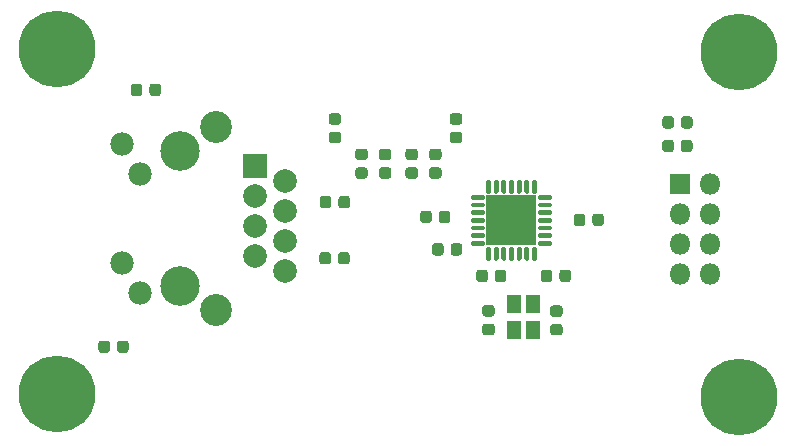
<source format=gbr>
%TF.GenerationSoftware,KiCad,Pcbnew,(5.1.6)-1*%
%TF.CreationDate,2020-09-26T17:15:15+05:30*%
%TF.ProjectId,ENC28J60_Dev_Board,454e4332-384a-4363-905f-4465765f426f,rev?*%
%TF.SameCoordinates,Original*%
%TF.FileFunction,Soldermask,Top*%
%TF.FilePolarity,Negative*%
%FSLAX46Y46*%
G04 Gerber Fmt 4.6, Leading zero omitted, Abs format (unit mm)*
G04 Created by KiCad (PCBNEW (5.1.6)-1) date 2020-09-26 17:15:15*
%MOMM*%
%LPD*%
G01*
G04 APERTURE LIST*
%ADD10C,6.500000*%
%ADD11C,0.900000*%
%ADD12R,2.000000X2.000000*%
%ADD13C,2.000000*%
%ADD14C,1.990000*%
%ADD15C,2.700000*%
%ADD16C,3.350000*%
%ADD17R,1.800000X1.800000*%
%ADD18O,1.800000X1.800000*%
%ADD19R,4.350000X4.350000*%
%ADD20R,1.300000X1.500000*%
G04 APERTURE END LIST*
%TO.C,C1*%
G36*
G01*
X122475000Y-99281250D02*
X122475000Y-98718750D01*
G75*
G02*
X122718750Y-98475000I243750J0D01*
G01*
X123206250Y-98475000D01*
G75*
G02*
X123450000Y-98718750I0J-243750D01*
G01*
X123450000Y-99281250D01*
G75*
G02*
X123206250Y-99525000I-243750J0D01*
G01*
X122718750Y-99525000D01*
G75*
G02*
X122475000Y-99281250I0J243750D01*
G01*
G37*
G36*
G01*
X124050000Y-99281250D02*
X124050000Y-98718750D01*
G75*
G02*
X124293750Y-98475000I243750J0D01*
G01*
X124781250Y-98475000D01*
G75*
G02*
X125025000Y-98718750I0J-243750D01*
G01*
X125025000Y-99281250D01*
G75*
G02*
X124781250Y-99525000I-243750J0D01*
G01*
X124293750Y-99525000D01*
G75*
G02*
X124050000Y-99281250I0J243750D01*
G01*
G37*
%TD*%
%TO.C,C2*%
G36*
G01*
X110762500Y-97781250D02*
X110762500Y-97218750D01*
G75*
G02*
X111006250Y-96975000I243750J0D01*
G01*
X111493750Y-96975000D01*
G75*
G02*
X111737500Y-97218750I0J-243750D01*
G01*
X111737500Y-97781250D01*
G75*
G02*
X111493750Y-98025000I-243750J0D01*
G01*
X111006250Y-98025000D01*
G75*
G02*
X110762500Y-97781250I0J243750D01*
G01*
G37*
G36*
G01*
X109187500Y-97781250D02*
X109187500Y-97218750D01*
G75*
G02*
X109431250Y-96975000I243750J0D01*
G01*
X109918750Y-96975000D01*
G75*
G02*
X110162500Y-97218750I0J-243750D01*
G01*
X110162500Y-97781250D01*
G75*
G02*
X109918750Y-98025000I-243750J0D01*
G01*
X109431250Y-98025000D01*
G75*
G02*
X109187500Y-97781250I0J243750D01*
G01*
G37*
%TD*%
%TO.C,C3*%
G36*
G01*
X130725000Y-94531250D02*
X130725000Y-93968750D01*
G75*
G02*
X130968750Y-93725000I243750J0D01*
G01*
X131456250Y-93725000D01*
G75*
G02*
X131700000Y-93968750I0J-243750D01*
G01*
X131700000Y-94531250D01*
G75*
G02*
X131456250Y-94775000I-243750J0D01*
G01*
X130968750Y-94775000D01*
G75*
G02*
X130725000Y-94531250I0J243750D01*
G01*
G37*
G36*
G01*
X132300000Y-94531250D02*
X132300000Y-93968750D01*
G75*
G02*
X132543750Y-93725000I243750J0D01*
G01*
X133031250Y-93725000D01*
G75*
G02*
X133275000Y-93968750I0J-243750D01*
G01*
X133275000Y-94531250D01*
G75*
G02*
X133031250Y-94775000I-243750J0D01*
G01*
X132543750Y-94775000D01*
G75*
G02*
X132300000Y-94531250I0J243750D01*
G01*
G37*
%TD*%
%TO.C,C4*%
G36*
G01*
X120468750Y-86800000D02*
X121031250Y-86800000D01*
G75*
G02*
X121275000Y-87043750I0J-243750D01*
G01*
X121275000Y-87531250D01*
G75*
G02*
X121031250Y-87775000I-243750J0D01*
G01*
X120468750Y-87775000D01*
G75*
G02*
X120225000Y-87531250I0J243750D01*
G01*
X120225000Y-87043750D01*
G75*
G02*
X120468750Y-86800000I243750J0D01*
G01*
G37*
G36*
G01*
X120468750Y-85225000D02*
X121031250Y-85225000D01*
G75*
G02*
X121275000Y-85468750I0J-243750D01*
G01*
X121275000Y-85956250D01*
G75*
G02*
X121031250Y-86200000I-243750J0D01*
G01*
X120468750Y-86200000D01*
G75*
G02*
X120225000Y-85956250I0J243750D01*
G01*
X120225000Y-85468750D01*
G75*
G02*
X120468750Y-85225000I243750J0D01*
G01*
G37*
%TD*%
%TO.C,C5*%
G36*
G01*
X110781250Y-87775000D02*
X110218750Y-87775000D01*
G75*
G02*
X109975000Y-87531250I0J243750D01*
G01*
X109975000Y-87043750D01*
G75*
G02*
X110218750Y-86800000I243750J0D01*
G01*
X110781250Y-86800000D01*
G75*
G02*
X111025000Y-87043750I0J-243750D01*
G01*
X111025000Y-87531250D01*
G75*
G02*
X110781250Y-87775000I-243750J0D01*
G01*
G37*
G36*
G01*
X110781250Y-86200000D02*
X110218750Y-86200000D01*
G75*
G02*
X109975000Y-85956250I0J243750D01*
G01*
X109975000Y-85468750D01*
G75*
G02*
X110218750Y-85225000I243750J0D01*
G01*
X110781250Y-85225000D01*
G75*
G02*
X111025000Y-85468750I0J-243750D01*
G01*
X111025000Y-85956250D01*
G75*
G02*
X110781250Y-86200000I-243750J0D01*
G01*
G37*
%TD*%
%TO.C,C6*%
G36*
G01*
X138225000Y-88281250D02*
X138225000Y-87718750D01*
G75*
G02*
X138468750Y-87475000I243750J0D01*
G01*
X138956250Y-87475000D01*
G75*
G02*
X139200000Y-87718750I0J-243750D01*
G01*
X139200000Y-88281250D01*
G75*
G02*
X138956250Y-88525000I-243750J0D01*
G01*
X138468750Y-88525000D01*
G75*
G02*
X138225000Y-88281250I0J243750D01*
G01*
G37*
G36*
G01*
X139800000Y-88281250D02*
X139800000Y-87718750D01*
G75*
G02*
X140043750Y-87475000I243750J0D01*
G01*
X140531250Y-87475000D01*
G75*
G02*
X140775000Y-87718750I0J-243750D01*
G01*
X140775000Y-88281250D01*
G75*
G02*
X140531250Y-88525000I-243750J0D01*
G01*
X140043750Y-88525000D01*
G75*
G02*
X139800000Y-88281250I0J243750D01*
G01*
G37*
%TD*%
%TO.C,C7*%
G36*
G01*
X139800000Y-86281250D02*
X139800000Y-85718750D01*
G75*
G02*
X140043750Y-85475000I243750J0D01*
G01*
X140531250Y-85475000D01*
G75*
G02*
X140775000Y-85718750I0J-243750D01*
G01*
X140775000Y-86281250D01*
G75*
G02*
X140531250Y-86525000I-243750J0D01*
G01*
X140043750Y-86525000D01*
G75*
G02*
X139800000Y-86281250I0J243750D01*
G01*
G37*
G36*
G01*
X138225000Y-86281250D02*
X138225000Y-85718750D01*
G75*
G02*
X138468750Y-85475000I243750J0D01*
G01*
X138956250Y-85475000D01*
G75*
G02*
X139200000Y-85718750I0J-243750D01*
G01*
X139200000Y-86281250D01*
G75*
G02*
X138956250Y-86525000I-243750J0D01*
G01*
X138468750Y-86525000D01*
G75*
G02*
X138225000Y-86281250I0J243750D01*
G01*
G37*
%TD*%
%TO.C,C8*%
G36*
G01*
X129531250Y-104040001D02*
X128968750Y-104040001D01*
G75*
G02*
X128725000Y-103796251I0J243750D01*
G01*
X128725000Y-103308751D01*
G75*
G02*
X128968750Y-103065001I243750J0D01*
G01*
X129531250Y-103065001D01*
G75*
G02*
X129775000Y-103308751I0J-243750D01*
G01*
X129775000Y-103796251D01*
G75*
G02*
X129531250Y-104040001I-243750J0D01*
G01*
G37*
G36*
G01*
X129531250Y-102465001D02*
X128968750Y-102465001D01*
G75*
G02*
X128725000Y-102221251I0J243750D01*
G01*
X128725000Y-101733751D01*
G75*
G02*
X128968750Y-101490001I243750J0D01*
G01*
X129531250Y-101490001D01*
G75*
G02*
X129775000Y-101733751I0J-243750D01*
G01*
X129775000Y-102221251D01*
G75*
G02*
X129531250Y-102465001I-243750J0D01*
G01*
G37*
%TD*%
%TO.C,C9*%
G36*
G01*
X123781250Y-102450000D02*
X123218750Y-102450000D01*
G75*
G02*
X122975000Y-102206250I0J243750D01*
G01*
X122975000Y-101718750D01*
G75*
G02*
X123218750Y-101475000I243750J0D01*
G01*
X123781250Y-101475000D01*
G75*
G02*
X124025000Y-101718750I0J-243750D01*
G01*
X124025000Y-102206250D01*
G75*
G02*
X123781250Y-102450000I-243750J0D01*
G01*
G37*
G36*
G01*
X123781250Y-104025000D02*
X123218750Y-104025000D01*
G75*
G02*
X122975000Y-103781250I0J243750D01*
G01*
X122975000Y-103293750D01*
G75*
G02*
X123218750Y-103050000I243750J0D01*
G01*
X123781250Y-103050000D01*
G75*
G02*
X124025000Y-103293750I0J-243750D01*
G01*
X124025000Y-103781250D01*
G75*
G02*
X123781250Y-104025000I-243750J0D01*
G01*
G37*
%TD*%
%TO.C,C10*%
G36*
G01*
X109225000Y-93031250D02*
X109225000Y-92468750D01*
G75*
G02*
X109468750Y-92225000I243750J0D01*
G01*
X109956250Y-92225000D01*
G75*
G02*
X110200000Y-92468750I0J-243750D01*
G01*
X110200000Y-93031250D01*
G75*
G02*
X109956250Y-93275000I-243750J0D01*
G01*
X109468750Y-93275000D01*
G75*
G02*
X109225000Y-93031250I0J243750D01*
G01*
G37*
G36*
G01*
X110800000Y-93031250D02*
X110800000Y-92468750D01*
G75*
G02*
X111043750Y-92225000I243750J0D01*
G01*
X111531250Y-92225000D01*
G75*
G02*
X111775000Y-92468750I0J-243750D01*
G01*
X111775000Y-93031250D01*
G75*
G02*
X111531250Y-93275000I-243750J0D01*
G01*
X111043750Y-93275000D01*
G75*
G02*
X110800000Y-93031250I0J243750D01*
G01*
G37*
%TD*%
%TO.C,C11*%
G36*
G01*
X129512500Y-99281250D02*
X129512500Y-98718750D01*
G75*
G02*
X129756250Y-98475000I243750J0D01*
G01*
X130243750Y-98475000D01*
G75*
G02*
X130487500Y-98718750I0J-243750D01*
G01*
X130487500Y-99281250D01*
G75*
G02*
X130243750Y-99525000I-243750J0D01*
G01*
X129756250Y-99525000D01*
G75*
G02*
X129512500Y-99281250I0J243750D01*
G01*
G37*
G36*
G01*
X127937500Y-99281250D02*
X127937500Y-98718750D01*
G75*
G02*
X128181250Y-98475000I243750J0D01*
G01*
X128668750Y-98475000D01*
G75*
G02*
X128912500Y-98718750I0J-243750D01*
G01*
X128912500Y-99281250D01*
G75*
G02*
X128668750Y-99525000I-243750J0D01*
G01*
X128181250Y-99525000D01*
G75*
G02*
X127937500Y-99281250I0J243750D01*
G01*
G37*
%TD*%
D10*
%TO.C,H1*%
X87000000Y-109000000D03*
D11*
X84600000Y-109000000D03*
X85302944Y-107302944D03*
X87000000Y-106600000D03*
X88697056Y-107302944D03*
X89400000Y-109000000D03*
X88697056Y-110697056D03*
X87000000Y-111400000D03*
X85302944Y-110697056D03*
%TD*%
%TO.C,H2*%
X143052944Y-110947056D03*
X144750000Y-111650000D03*
X146447056Y-110947056D03*
X147150000Y-109250000D03*
X146447056Y-107552944D03*
X144750000Y-106850000D03*
X143052944Y-107552944D03*
X142350000Y-109250000D03*
D10*
X144750000Y-109250000D03*
%TD*%
%TO.C,H3*%
X144750000Y-80000000D03*
D11*
X147150000Y-80000000D03*
X146447056Y-81697056D03*
X144750000Y-82400000D03*
X143052944Y-81697056D03*
X142350000Y-80000000D03*
X143052944Y-78302944D03*
X144750000Y-77600000D03*
X146447056Y-78302944D03*
%TD*%
%TO.C,H4*%
X88697056Y-78102944D03*
X87000000Y-77400000D03*
X85302944Y-78102944D03*
X84600000Y-79800000D03*
X85302944Y-81497056D03*
X87000000Y-82200000D03*
X88697056Y-81497056D03*
X89400000Y-79800000D03*
D10*
X87000000Y-79800000D03*
%TD*%
D12*
%TO.C,J1*%
X103700000Y-89700000D03*
D13*
X106240000Y-90970000D03*
X103700000Y-92240000D03*
X106240000Y-93510000D03*
X103700000Y-94780000D03*
X106240000Y-96050000D03*
X103700000Y-97320000D03*
X106240000Y-98590000D03*
D14*
X93980000Y-100470000D03*
X92460000Y-97930000D03*
X93980000Y-90360000D03*
X92460000Y-87820000D03*
D15*
X100410000Y-86370000D03*
X100410000Y-101920000D03*
D16*
X97360000Y-88430000D03*
X97360000Y-99860000D03*
%TD*%
D17*
%TO.C,J2*%
X139750000Y-91250000D03*
D18*
X142290000Y-91250000D03*
X139750000Y-93790000D03*
X142290000Y-93790000D03*
X139750000Y-96330000D03*
X142290000Y-96330000D03*
X139750000Y-98870000D03*
X142290000Y-98870000D03*
%TD*%
%TO.C,R1*%
G36*
G01*
X93225000Y-83531250D02*
X93225000Y-82968750D01*
G75*
G02*
X93468750Y-82725000I243750J0D01*
G01*
X93956250Y-82725000D01*
G75*
G02*
X94200000Y-82968750I0J-243750D01*
G01*
X94200000Y-83531250D01*
G75*
G02*
X93956250Y-83775000I-243750J0D01*
G01*
X93468750Y-83775000D01*
G75*
G02*
X93225000Y-83531250I0J243750D01*
G01*
G37*
G36*
G01*
X94800000Y-83531250D02*
X94800000Y-82968750D01*
G75*
G02*
X95043750Y-82725000I243750J0D01*
G01*
X95531250Y-82725000D01*
G75*
G02*
X95775000Y-82968750I0J-243750D01*
G01*
X95775000Y-83531250D01*
G75*
G02*
X95531250Y-83775000I-243750J0D01*
G01*
X95043750Y-83775000D01*
G75*
G02*
X94800000Y-83531250I0J243750D01*
G01*
G37*
%TD*%
%TO.C,R2*%
G36*
G01*
X90475000Y-105281250D02*
X90475000Y-104718750D01*
G75*
G02*
X90718750Y-104475000I243750J0D01*
G01*
X91206250Y-104475000D01*
G75*
G02*
X91450000Y-104718750I0J-243750D01*
G01*
X91450000Y-105281250D01*
G75*
G02*
X91206250Y-105525000I-243750J0D01*
G01*
X90718750Y-105525000D01*
G75*
G02*
X90475000Y-105281250I0J243750D01*
G01*
G37*
G36*
G01*
X92050000Y-105281250D02*
X92050000Y-104718750D01*
G75*
G02*
X92293750Y-104475000I243750J0D01*
G01*
X92781250Y-104475000D01*
G75*
G02*
X93025000Y-104718750I0J-243750D01*
G01*
X93025000Y-105281250D01*
G75*
G02*
X92781250Y-105525000I-243750J0D01*
G01*
X92293750Y-105525000D01*
G75*
G02*
X92050000Y-105281250I0J243750D01*
G01*
G37*
%TD*%
%TO.C,R3*%
G36*
G01*
X119300000Y-94281250D02*
X119300000Y-93718750D01*
G75*
G02*
X119543750Y-93475000I243750J0D01*
G01*
X120031250Y-93475000D01*
G75*
G02*
X120275000Y-93718750I0J-243750D01*
G01*
X120275000Y-94281250D01*
G75*
G02*
X120031250Y-94525000I-243750J0D01*
G01*
X119543750Y-94525000D01*
G75*
G02*
X119300000Y-94281250I0J243750D01*
G01*
G37*
G36*
G01*
X117725000Y-94281250D02*
X117725000Y-93718750D01*
G75*
G02*
X117968750Y-93475000I243750J0D01*
G01*
X118456250Y-93475000D01*
G75*
G02*
X118700000Y-93718750I0J-243750D01*
G01*
X118700000Y-94281250D01*
G75*
G02*
X118456250Y-94525000I-243750J0D01*
G01*
X117968750Y-94525000D01*
G75*
G02*
X117725000Y-94281250I0J243750D01*
G01*
G37*
%TD*%
%TO.C,R4*%
G36*
G01*
X117281250Y-89200000D02*
X116718750Y-89200000D01*
G75*
G02*
X116475000Y-88956250I0J243750D01*
G01*
X116475000Y-88468750D01*
G75*
G02*
X116718750Y-88225000I243750J0D01*
G01*
X117281250Y-88225000D01*
G75*
G02*
X117525000Y-88468750I0J-243750D01*
G01*
X117525000Y-88956250D01*
G75*
G02*
X117281250Y-89200000I-243750J0D01*
G01*
G37*
G36*
G01*
X117281250Y-90775000D02*
X116718750Y-90775000D01*
G75*
G02*
X116475000Y-90531250I0J243750D01*
G01*
X116475000Y-90043750D01*
G75*
G02*
X116718750Y-89800000I243750J0D01*
G01*
X117281250Y-89800000D01*
G75*
G02*
X117525000Y-90043750I0J-243750D01*
G01*
X117525000Y-90531250D01*
G75*
G02*
X117281250Y-90775000I-243750J0D01*
G01*
G37*
%TD*%
%TO.C,R5*%
G36*
G01*
X119281250Y-89200000D02*
X118718750Y-89200000D01*
G75*
G02*
X118475000Y-88956250I0J243750D01*
G01*
X118475000Y-88468750D01*
G75*
G02*
X118718750Y-88225000I243750J0D01*
G01*
X119281250Y-88225000D01*
G75*
G02*
X119525000Y-88468750I0J-243750D01*
G01*
X119525000Y-88956250D01*
G75*
G02*
X119281250Y-89200000I-243750J0D01*
G01*
G37*
G36*
G01*
X119281250Y-90775000D02*
X118718750Y-90775000D01*
G75*
G02*
X118475000Y-90531250I0J243750D01*
G01*
X118475000Y-90043750D01*
G75*
G02*
X118718750Y-89800000I243750J0D01*
G01*
X119281250Y-89800000D01*
G75*
G02*
X119525000Y-90043750I0J-243750D01*
G01*
X119525000Y-90531250D01*
G75*
G02*
X119281250Y-90775000I-243750J0D01*
G01*
G37*
%TD*%
%TO.C,R6*%
G36*
G01*
X113031250Y-90775000D02*
X112468750Y-90775000D01*
G75*
G02*
X112225000Y-90531250I0J243750D01*
G01*
X112225000Y-90043750D01*
G75*
G02*
X112468750Y-89800000I243750J0D01*
G01*
X113031250Y-89800000D01*
G75*
G02*
X113275000Y-90043750I0J-243750D01*
G01*
X113275000Y-90531250D01*
G75*
G02*
X113031250Y-90775000I-243750J0D01*
G01*
G37*
G36*
G01*
X113031250Y-89200000D02*
X112468750Y-89200000D01*
G75*
G02*
X112225000Y-88956250I0J243750D01*
G01*
X112225000Y-88468750D01*
G75*
G02*
X112468750Y-88225000I243750J0D01*
G01*
X113031250Y-88225000D01*
G75*
G02*
X113275000Y-88468750I0J-243750D01*
G01*
X113275000Y-88956250D01*
G75*
G02*
X113031250Y-89200000I-243750J0D01*
G01*
G37*
%TD*%
%TO.C,R7*%
G36*
G01*
X115031250Y-89200000D02*
X114468750Y-89200000D01*
G75*
G02*
X114225000Y-88956250I0J243750D01*
G01*
X114225000Y-88468750D01*
G75*
G02*
X114468750Y-88225000I243750J0D01*
G01*
X115031250Y-88225000D01*
G75*
G02*
X115275000Y-88468750I0J-243750D01*
G01*
X115275000Y-88956250D01*
G75*
G02*
X115031250Y-89200000I-243750J0D01*
G01*
G37*
G36*
G01*
X115031250Y-90775000D02*
X114468750Y-90775000D01*
G75*
G02*
X114225000Y-90531250I0J243750D01*
G01*
X114225000Y-90043750D01*
G75*
G02*
X114468750Y-89800000I243750J0D01*
G01*
X115031250Y-89800000D01*
G75*
G02*
X115275000Y-90043750I0J-243750D01*
G01*
X115275000Y-90531250D01*
G75*
G02*
X115031250Y-90775000I-243750J0D01*
G01*
G37*
%TD*%
%TO.C,R8*%
G36*
G01*
X118725000Y-97031250D02*
X118725000Y-96468750D01*
G75*
G02*
X118968750Y-96225000I243750J0D01*
G01*
X119456250Y-96225000D01*
G75*
G02*
X119700000Y-96468750I0J-243750D01*
G01*
X119700000Y-97031250D01*
G75*
G02*
X119456250Y-97275000I-243750J0D01*
G01*
X118968750Y-97275000D01*
G75*
G02*
X118725000Y-97031250I0J243750D01*
G01*
G37*
G36*
G01*
X120300000Y-97031250D02*
X120300000Y-96468750D01*
G75*
G02*
X120543750Y-96225000I243750J0D01*
G01*
X121031250Y-96225000D01*
G75*
G02*
X121275000Y-96468750I0J-243750D01*
G01*
X121275000Y-97031250D01*
G75*
G02*
X121031250Y-97275000I-243750J0D01*
G01*
X120543750Y-97275000D01*
G75*
G02*
X120300000Y-97031250I0J243750D01*
G01*
G37*
%TD*%
%TO.C,U1*%
G36*
G01*
X127300000Y-90900000D02*
X127500000Y-90900000D01*
G75*
G02*
X127600000Y-91000000I0J-100000D01*
G01*
X127600000Y-91925000D01*
G75*
G02*
X127500000Y-92025000I-100000J0D01*
G01*
X127300000Y-92025000D01*
G75*
G02*
X127200000Y-91925000I0J100000D01*
G01*
X127200000Y-91000000D01*
G75*
G02*
X127300000Y-90900000I100000J0D01*
G01*
G37*
G36*
G01*
X126650000Y-90900000D02*
X126850000Y-90900000D01*
G75*
G02*
X126950000Y-91000000I0J-100000D01*
G01*
X126950000Y-91925000D01*
G75*
G02*
X126850000Y-92025000I-100000J0D01*
G01*
X126650000Y-92025000D01*
G75*
G02*
X126550000Y-91925000I0J100000D01*
G01*
X126550000Y-91000000D01*
G75*
G02*
X126650000Y-90900000I100000J0D01*
G01*
G37*
G36*
G01*
X126000000Y-90900000D02*
X126200000Y-90900000D01*
G75*
G02*
X126300000Y-91000000I0J-100000D01*
G01*
X126300000Y-91925000D01*
G75*
G02*
X126200000Y-92025000I-100000J0D01*
G01*
X126000000Y-92025000D01*
G75*
G02*
X125900000Y-91925000I0J100000D01*
G01*
X125900000Y-91000000D01*
G75*
G02*
X126000000Y-90900000I100000J0D01*
G01*
G37*
G36*
G01*
X125350000Y-90900000D02*
X125550000Y-90900000D01*
G75*
G02*
X125650000Y-91000000I0J-100000D01*
G01*
X125650000Y-91925000D01*
G75*
G02*
X125550000Y-92025000I-100000J0D01*
G01*
X125350000Y-92025000D01*
G75*
G02*
X125250000Y-91925000I0J100000D01*
G01*
X125250000Y-91000000D01*
G75*
G02*
X125350000Y-90900000I100000J0D01*
G01*
G37*
G36*
G01*
X124700000Y-90900000D02*
X124900000Y-90900000D01*
G75*
G02*
X125000000Y-91000000I0J-100000D01*
G01*
X125000000Y-91925000D01*
G75*
G02*
X124900000Y-92025000I-100000J0D01*
G01*
X124700000Y-92025000D01*
G75*
G02*
X124600000Y-91925000I0J100000D01*
G01*
X124600000Y-91000000D01*
G75*
G02*
X124700000Y-90900000I100000J0D01*
G01*
G37*
G36*
G01*
X124050000Y-90900000D02*
X124250000Y-90900000D01*
G75*
G02*
X124350000Y-91000000I0J-100000D01*
G01*
X124350000Y-91925000D01*
G75*
G02*
X124250000Y-92025000I-100000J0D01*
G01*
X124050000Y-92025000D01*
G75*
G02*
X123950000Y-91925000I0J100000D01*
G01*
X123950000Y-91000000D01*
G75*
G02*
X124050000Y-90900000I100000J0D01*
G01*
G37*
G36*
G01*
X123400000Y-90900000D02*
X123600000Y-90900000D01*
G75*
G02*
X123700000Y-91000000I0J-100000D01*
G01*
X123700000Y-91925000D01*
G75*
G02*
X123600000Y-92025000I-100000J0D01*
G01*
X123400000Y-92025000D01*
G75*
G02*
X123300000Y-91925000I0J100000D01*
G01*
X123300000Y-91000000D01*
G75*
G02*
X123400000Y-90900000I100000J0D01*
G01*
G37*
G36*
G01*
X122150000Y-92150000D02*
X123075000Y-92150000D01*
G75*
G02*
X123175000Y-92250000I0J-100000D01*
G01*
X123175000Y-92450000D01*
G75*
G02*
X123075000Y-92550000I-100000J0D01*
G01*
X122150000Y-92550000D01*
G75*
G02*
X122050000Y-92450000I0J100000D01*
G01*
X122050000Y-92250000D01*
G75*
G02*
X122150000Y-92150000I100000J0D01*
G01*
G37*
G36*
G01*
X122150000Y-92800000D02*
X123075000Y-92800000D01*
G75*
G02*
X123175000Y-92900000I0J-100000D01*
G01*
X123175000Y-93100000D01*
G75*
G02*
X123075000Y-93200000I-100000J0D01*
G01*
X122150000Y-93200000D01*
G75*
G02*
X122050000Y-93100000I0J100000D01*
G01*
X122050000Y-92900000D01*
G75*
G02*
X122150000Y-92800000I100000J0D01*
G01*
G37*
G36*
G01*
X122150000Y-93450000D02*
X123075000Y-93450000D01*
G75*
G02*
X123175000Y-93550000I0J-100000D01*
G01*
X123175000Y-93750000D01*
G75*
G02*
X123075000Y-93850000I-100000J0D01*
G01*
X122150000Y-93850000D01*
G75*
G02*
X122050000Y-93750000I0J100000D01*
G01*
X122050000Y-93550000D01*
G75*
G02*
X122150000Y-93450000I100000J0D01*
G01*
G37*
G36*
G01*
X122150000Y-94100000D02*
X123075000Y-94100000D01*
G75*
G02*
X123175000Y-94200000I0J-100000D01*
G01*
X123175000Y-94400000D01*
G75*
G02*
X123075000Y-94500000I-100000J0D01*
G01*
X122150000Y-94500000D01*
G75*
G02*
X122050000Y-94400000I0J100000D01*
G01*
X122050000Y-94200000D01*
G75*
G02*
X122150000Y-94100000I100000J0D01*
G01*
G37*
G36*
G01*
X122150000Y-94750000D02*
X123075000Y-94750000D01*
G75*
G02*
X123175000Y-94850000I0J-100000D01*
G01*
X123175000Y-95050000D01*
G75*
G02*
X123075000Y-95150000I-100000J0D01*
G01*
X122150000Y-95150000D01*
G75*
G02*
X122050000Y-95050000I0J100000D01*
G01*
X122050000Y-94850000D01*
G75*
G02*
X122150000Y-94750000I100000J0D01*
G01*
G37*
G36*
G01*
X122150000Y-95400000D02*
X123075000Y-95400000D01*
G75*
G02*
X123175000Y-95500000I0J-100000D01*
G01*
X123175000Y-95700000D01*
G75*
G02*
X123075000Y-95800000I-100000J0D01*
G01*
X122150000Y-95800000D01*
G75*
G02*
X122050000Y-95700000I0J100000D01*
G01*
X122050000Y-95500000D01*
G75*
G02*
X122150000Y-95400000I100000J0D01*
G01*
G37*
G36*
G01*
X122150000Y-96050000D02*
X123075000Y-96050000D01*
G75*
G02*
X123175000Y-96150000I0J-100000D01*
G01*
X123175000Y-96350000D01*
G75*
G02*
X123075000Y-96450000I-100000J0D01*
G01*
X122150000Y-96450000D01*
G75*
G02*
X122050000Y-96350000I0J100000D01*
G01*
X122050000Y-96150000D01*
G75*
G02*
X122150000Y-96050000I100000J0D01*
G01*
G37*
G36*
G01*
X123400000Y-96575000D02*
X123600000Y-96575000D01*
G75*
G02*
X123700000Y-96675000I0J-100000D01*
G01*
X123700000Y-97600000D01*
G75*
G02*
X123600000Y-97700000I-100000J0D01*
G01*
X123400000Y-97700000D01*
G75*
G02*
X123300000Y-97600000I0J100000D01*
G01*
X123300000Y-96675000D01*
G75*
G02*
X123400000Y-96575000I100000J0D01*
G01*
G37*
G36*
G01*
X124050000Y-96575000D02*
X124250000Y-96575000D01*
G75*
G02*
X124350000Y-96675000I0J-100000D01*
G01*
X124350000Y-97600000D01*
G75*
G02*
X124250000Y-97700000I-100000J0D01*
G01*
X124050000Y-97700000D01*
G75*
G02*
X123950000Y-97600000I0J100000D01*
G01*
X123950000Y-96675000D01*
G75*
G02*
X124050000Y-96575000I100000J0D01*
G01*
G37*
G36*
G01*
X124700000Y-96575000D02*
X124900000Y-96575000D01*
G75*
G02*
X125000000Y-96675000I0J-100000D01*
G01*
X125000000Y-97600000D01*
G75*
G02*
X124900000Y-97700000I-100000J0D01*
G01*
X124700000Y-97700000D01*
G75*
G02*
X124600000Y-97600000I0J100000D01*
G01*
X124600000Y-96675000D01*
G75*
G02*
X124700000Y-96575000I100000J0D01*
G01*
G37*
G36*
G01*
X125350000Y-96575000D02*
X125550000Y-96575000D01*
G75*
G02*
X125650000Y-96675000I0J-100000D01*
G01*
X125650000Y-97600000D01*
G75*
G02*
X125550000Y-97700000I-100000J0D01*
G01*
X125350000Y-97700000D01*
G75*
G02*
X125250000Y-97600000I0J100000D01*
G01*
X125250000Y-96675000D01*
G75*
G02*
X125350000Y-96575000I100000J0D01*
G01*
G37*
G36*
G01*
X126000000Y-96575000D02*
X126200000Y-96575000D01*
G75*
G02*
X126300000Y-96675000I0J-100000D01*
G01*
X126300000Y-97600000D01*
G75*
G02*
X126200000Y-97700000I-100000J0D01*
G01*
X126000000Y-97700000D01*
G75*
G02*
X125900000Y-97600000I0J100000D01*
G01*
X125900000Y-96675000D01*
G75*
G02*
X126000000Y-96575000I100000J0D01*
G01*
G37*
G36*
G01*
X126650000Y-96575000D02*
X126850000Y-96575000D01*
G75*
G02*
X126950000Y-96675000I0J-100000D01*
G01*
X126950000Y-97600000D01*
G75*
G02*
X126850000Y-97700000I-100000J0D01*
G01*
X126650000Y-97700000D01*
G75*
G02*
X126550000Y-97600000I0J100000D01*
G01*
X126550000Y-96675000D01*
G75*
G02*
X126650000Y-96575000I100000J0D01*
G01*
G37*
G36*
G01*
X127300000Y-96575000D02*
X127500000Y-96575000D01*
G75*
G02*
X127600000Y-96675000I0J-100000D01*
G01*
X127600000Y-97600000D01*
G75*
G02*
X127500000Y-97700000I-100000J0D01*
G01*
X127300000Y-97700000D01*
G75*
G02*
X127200000Y-97600000I0J100000D01*
G01*
X127200000Y-96675000D01*
G75*
G02*
X127300000Y-96575000I100000J0D01*
G01*
G37*
G36*
G01*
X127825000Y-96050000D02*
X128750000Y-96050000D01*
G75*
G02*
X128850000Y-96150000I0J-100000D01*
G01*
X128850000Y-96350000D01*
G75*
G02*
X128750000Y-96450000I-100000J0D01*
G01*
X127825000Y-96450000D01*
G75*
G02*
X127725000Y-96350000I0J100000D01*
G01*
X127725000Y-96150000D01*
G75*
G02*
X127825000Y-96050000I100000J0D01*
G01*
G37*
G36*
G01*
X127825000Y-95400000D02*
X128750000Y-95400000D01*
G75*
G02*
X128850000Y-95500000I0J-100000D01*
G01*
X128850000Y-95700000D01*
G75*
G02*
X128750000Y-95800000I-100000J0D01*
G01*
X127825000Y-95800000D01*
G75*
G02*
X127725000Y-95700000I0J100000D01*
G01*
X127725000Y-95500000D01*
G75*
G02*
X127825000Y-95400000I100000J0D01*
G01*
G37*
G36*
G01*
X127825000Y-94750000D02*
X128750000Y-94750000D01*
G75*
G02*
X128850000Y-94850000I0J-100000D01*
G01*
X128850000Y-95050000D01*
G75*
G02*
X128750000Y-95150000I-100000J0D01*
G01*
X127825000Y-95150000D01*
G75*
G02*
X127725000Y-95050000I0J100000D01*
G01*
X127725000Y-94850000D01*
G75*
G02*
X127825000Y-94750000I100000J0D01*
G01*
G37*
G36*
G01*
X127825000Y-94100000D02*
X128750000Y-94100000D01*
G75*
G02*
X128850000Y-94200000I0J-100000D01*
G01*
X128850000Y-94400000D01*
G75*
G02*
X128750000Y-94500000I-100000J0D01*
G01*
X127825000Y-94500000D01*
G75*
G02*
X127725000Y-94400000I0J100000D01*
G01*
X127725000Y-94200000D01*
G75*
G02*
X127825000Y-94100000I100000J0D01*
G01*
G37*
G36*
G01*
X127825000Y-93450000D02*
X128750000Y-93450000D01*
G75*
G02*
X128850000Y-93550000I0J-100000D01*
G01*
X128850000Y-93750000D01*
G75*
G02*
X128750000Y-93850000I-100000J0D01*
G01*
X127825000Y-93850000D01*
G75*
G02*
X127725000Y-93750000I0J100000D01*
G01*
X127725000Y-93550000D01*
G75*
G02*
X127825000Y-93450000I100000J0D01*
G01*
G37*
G36*
G01*
X127825000Y-92800000D02*
X128750000Y-92800000D01*
G75*
G02*
X128850000Y-92900000I0J-100000D01*
G01*
X128850000Y-93100000D01*
G75*
G02*
X128750000Y-93200000I-100000J0D01*
G01*
X127825000Y-93200000D01*
G75*
G02*
X127725000Y-93100000I0J100000D01*
G01*
X127725000Y-92900000D01*
G75*
G02*
X127825000Y-92800000I100000J0D01*
G01*
G37*
G36*
G01*
X127825000Y-92150000D02*
X128750000Y-92150000D01*
G75*
G02*
X128850000Y-92250000I0J-100000D01*
G01*
X128850000Y-92450000D01*
G75*
G02*
X128750000Y-92550000I-100000J0D01*
G01*
X127825000Y-92550000D01*
G75*
G02*
X127725000Y-92450000I0J100000D01*
G01*
X127725000Y-92250000D01*
G75*
G02*
X127825000Y-92150000I100000J0D01*
G01*
G37*
D19*
X125450000Y-94300000D03*
%TD*%
D20*
%TO.C,Y1*%
X127250000Y-103550000D03*
X127250000Y-101350000D03*
X125650000Y-101350000D03*
X125650000Y-103550000D03*
%TD*%
M02*

</source>
